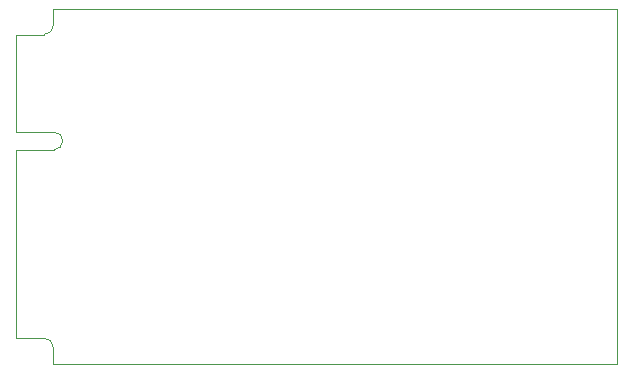
<source format=gbr>
G04 (created by PCBNEW (2013-may-18)-stable) date Mon 04 May 2015 02:01:06 PM CST*
%MOIN*%
G04 Gerber Fmt 3.4, Leading zero omitted, Abs format*
%FSLAX34Y34*%
G01*
G70*
G90*
G04 APERTURE LIST*
%ADD10C,0.00590551*%
%ADD11C,0.00393701*%
G04 APERTURE END LIST*
G54D10*
G54D11*
X20885Y-43759D02*
G75*
G03X20590Y-43464I-295J0D01*
G74*
G01*
X20590Y-44055D02*
G75*
G03X20885Y-43759I0J295D01*
G74*
G01*
X19311Y-43464D02*
X20590Y-43464D01*
X19311Y-44055D02*
X20590Y-44055D01*
X19311Y-50334D02*
X19311Y-44055D01*
X19311Y-40216D02*
X19311Y-43464D01*
X20255Y-40216D02*
X19311Y-40216D01*
X20255Y-50334D02*
X19311Y-50334D01*
X20255Y-40216D02*
G75*
G03X20570Y-39901I0J314D01*
G74*
G01*
X20570Y-50649D02*
G75*
G03X20255Y-50334I-314J0D01*
G74*
G01*
X20570Y-51181D02*
X20570Y-50649D01*
X20570Y-39370D02*
X20570Y-39901D01*
X39370Y-51181D02*
X20570Y-51181D01*
X39370Y-39370D02*
X20570Y-39370D01*
X39370Y-39370D02*
X39370Y-51181D01*
M02*

</source>
